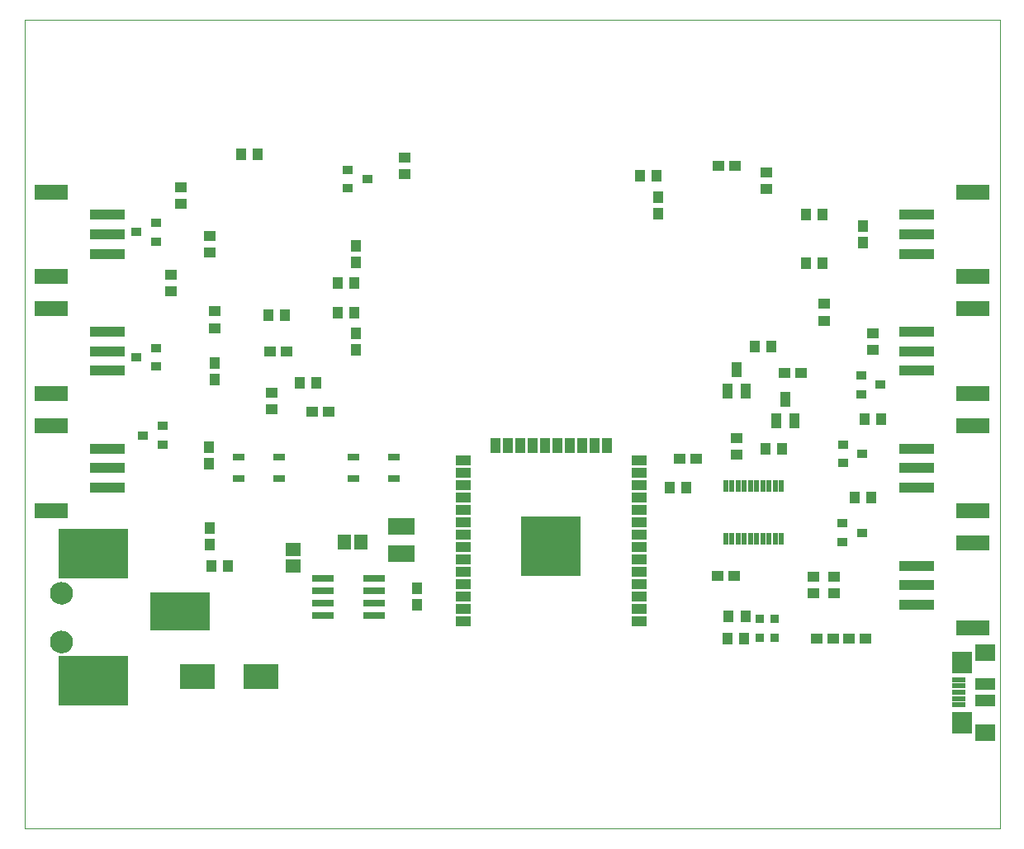
<source format=gbs>
G75*
%MOIN*%
%OFA0B0*%
%FSLAX25Y25*%
%IPPOS*%
%LPD*%
%AMOC8*
5,1,8,0,0,1.08239X$1,22.5*
%
%ADD10C,0.00000*%
%ADD11R,0.06306X0.05518*%
%ADD12R,0.04731X0.04337*%
%ADD13R,0.05518X0.06306*%
%ADD14R,0.04337X0.04731*%
%ADD15R,0.11030X0.06699*%
%ADD16R,0.09061X0.02762*%
%ADD17R,0.14180X0.04337*%
%ADD18R,0.13786X0.06306*%
%ADD19R,0.03943X0.03550*%
%ADD20R,0.03550X0.03550*%
%ADD21R,0.04534X0.02959*%
%ADD22R,0.04337X0.05912*%
%ADD23R,0.01900X0.04900*%
%ADD24R,0.06306X0.03943*%
%ADD25R,0.03943X0.06306*%
%ADD26R,0.24022X0.24022*%
%ADD27R,0.14180X0.10243*%
%ADD28R,0.05715X0.01975*%
%ADD29R,0.08274X0.08668*%
%ADD30R,0.07880X0.05124*%
%ADD31R,0.07880X0.06699*%
%ADD32R,0.27959X0.20085*%
%ADD33C,0.09061*%
%ADD34R,0.24416X0.15361*%
D10*
X0009166Y0005337D02*
X0009166Y0332109D01*
X0402866Y0332109D01*
X0402866Y0005337D01*
X0009166Y0005337D01*
X0019795Y0080928D02*
X0019797Y0081059D01*
X0019803Y0081191D01*
X0019813Y0081322D01*
X0019827Y0081453D01*
X0019845Y0081583D01*
X0019867Y0081712D01*
X0019892Y0081841D01*
X0019922Y0081969D01*
X0019956Y0082096D01*
X0019993Y0082223D01*
X0020034Y0082347D01*
X0020079Y0082471D01*
X0020128Y0082593D01*
X0020180Y0082714D01*
X0020236Y0082832D01*
X0020296Y0082950D01*
X0020359Y0083065D01*
X0020426Y0083178D01*
X0020496Y0083290D01*
X0020569Y0083399D01*
X0020645Y0083505D01*
X0020725Y0083610D01*
X0020808Y0083712D01*
X0020894Y0083811D01*
X0020983Y0083908D01*
X0021075Y0084002D01*
X0021170Y0084093D01*
X0021267Y0084182D01*
X0021367Y0084267D01*
X0021470Y0084349D01*
X0021575Y0084428D01*
X0021682Y0084504D01*
X0021792Y0084576D01*
X0021904Y0084645D01*
X0022018Y0084711D01*
X0022133Y0084773D01*
X0022251Y0084832D01*
X0022370Y0084887D01*
X0022491Y0084939D01*
X0022614Y0084986D01*
X0022738Y0085030D01*
X0022863Y0085071D01*
X0022989Y0085107D01*
X0023117Y0085140D01*
X0023245Y0085168D01*
X0023374Y0085193D01*
X0023504Y0085214D01*
X0023634Y0085231D01*
X0023765Y0085244D01*
X0023896Y0085253D01*
X0024027Y0085258D01*
X0024159Y0085259D01*
X0024290Y0085256D01*
X0024422Y0085249D01*
X0024553Y0085238D01*
X0024683Y0085223D01*
X0024813Y0085204D01*
X0024943Y0085181D01*
X0025071Y0085155D01*
X0025199Y0085124D01*
X0025326Y0085089D01*
X0025452Y0085051D01*
X0025576Y0085009D01*
X0025700Y0084963D01*
X0025821Y0084913D01*
X0025941Y0084860D01*
X0026060Y0084803D01*
X0026177Y0084743D01*
X0026291Y0084679D01*
X0026404Y0084611D01*
X0026515Y0084540D01*
X0026624Y0084466D01*
X0026730Y0084389D01*
X0026834Y0084308D01*
X0026935Y0084225D01*
X0027034Y0084138D01*
X0027130Y0084048D01*
X0027223Y0083955D01*
X0027314Y0083860D01*
X0027401Y0083762D01*
X0027486Y0083661D01*
X0027567Y0083558D01*
X0027645Y0083452D01*
X0027720Y0083344D01*
X0027792Y0083234D01*
X0027860Y0083122D01*
X0027925Y0083008D01*
X0027986Y0082891D01*
X0028044Y0082773D01*
X0028098Y0082653D01*
X0028149Y0082532D01*
X0028196Y0082409D01*
X0028239Y0082285D01*
X0028278Y0082160D01*
X0028314Y0082033D01*
X0028345Y0081905D01*
X0028373Y0081777D01*
X0028397Y0081648D01*
X0028417Y0081518D01*
X0028433Y0081387D01*
X0028445Y0081256D01*
X0028453Y0081125D01*
X0028457Y0080994D01*
X0028457Y0080862D01*
X0028453Y0080731D01*
X0028445Y0080600D01*
X0028433Y0080469D01*
X0028417Y0080338D01*
X0028397Y0080208D01*
X0028373Y0080079D01*
X0028345Y0079951D01*
X0028314Y0079823D01*
X0028278Y0079696D01*
X0028239Y0079571D01*
X0028196Y0079447D01*
X0028149Y0079324D01*
X0028098Y0079203D01*
X0028044Y0079083D01*
X0027986Y0078965D01*
X0027925Y0078848D01*
X0027860Y0078734D01*
X0027792Y0078622D01*
X0027720Y0078512D01*
X0027645Y0078404D01*
X0027567Y0078298D01*
X0027486Y0078195D01*
X0027401Y0078094D01*
X0027314Y0077996D01*
X0027223Y0077901D01*
X0027130Y0077808D01*
X0027034Y0077718D01*
X0026935Y0077631D01*
X0026834Y0077548D01*
X0026730Y0077467D01*
X0026624Y0077390D01*
X0026515Y0077316D01*
X0026404Y0077245D01*
X0026292Y0077177D01*
X0026177Y0077113D01*
X0026060Y0077053D01*
X0025941Y0076996D01*
X0025821Y0076943D01*
X0025700Y0076893D01*
X0025576Y0076847D01*
X0025452Y0076805D01*
X0025326Y0076767D01*
X0025199Y0076732D01*
X0025071Y0076701D01*
X0024943Y0076675D01*
X0024813Y0076652D01*
X0024683Y0076633D01*
X0024553Y0076618D01*
X0024422Y0076607D01*
X0024290Y0076600D01*
X0024159Y0076597D01*
X0024027Y0076598D01*
X0023896Y0076603D01*
X0023765Y0076612D01*
X0023634Y0076625D01*
X0023504Y0076642D01*
X0023374Y0076663D01*
X0023245Y0076688D01*
X0023117Y0076716D01*
X0022989Y0076749D01*
X0022863Y0076785D01*
X0022738Y0076826D01*
X0022614Y0076870D01*
X0022491Y0076917D01*
X0022370Y0076969D01*
X0022251Y0077024D01*
X0022133Y0077083D01*
X0022018Y0077145D01*
X0021904Y0077211D01*
X0021792Y0077280D01*
X0021682Y0077352D01*
X0021575Y0077428D01*
X0021470Y0077507D01*
X0021367Y0077589D01*
X0021267Y0077674D01*
X0021170Y0077763D01*
X0021075Y0077854D01*
X0020983Y0077948D01*
X0020894Y0078045D01*
X0020808Y0078144D01*
X0020725Y0078246D01*
X0020645Y0078351D01*
X0020569Y0078457D01*
X0020496Y0078566D01*
X0020426Y0078678D01*
X0020359Y0078791D01*
X0020296Y0078906D01*
X0020236Y0079024D01*
X0020180Y0079142D01*
X0020128Y0079263D01*
X0020079Y0079385D01*
X0020034Y0079509D01*
X0019993Y0079633D01*
X0019956Y0079760D01*
X0019922Y0079887D01*
X0019892Y0080015D01*
X0019867Y0080144D01*
X0019845Y0080273D01*
X0019827Y0080403D01*
X0019813Y0080534D01*
X0019803Y0080665D01*
X0019797Y0080797D01*
X0019795Y0080928D01*
X0019795Y0100613D02*
X0019797Y0100744D01*
X0019803Y0100876D01*
X0019813Y0101007D01*
X0019827Y0101138D01*
X0019845Y0101268D01*
X0019867Y0101397D01*
X0019892Y0101526D01*
X0019922Y0101654D01*
X0019956Y0101781D01*
X0019993Y0101908D01*
X0020034Y0102032D01*
X0020079Y0102156D01*
X0020128Y0102278D01*
X0020180Y0102399D01*
X0020236Y0102517D01*
X0020296Y0102635D01*
X0020359Y0102750D01*
X0020426Y0102863D01*
X0020496Y0102975D01*
X0020569Y0103084D01*
X0020645Y0103190D01*
X0020725Y0103295D01*
X0020808Y0103397D01*
X0020894Y0103496D01*
X0020983Y0103593D01*
X0021075Y0103687D01*
X0021170Y0103778D01*
X0021267Y0103867D01*
X0021367Y0103952D01*
X0021470Y0104034D01*
X0021575Y0104113D01*
X0021682Y0104189D01*
X0021792Y0104261D01*
X0021904Y0104330D01*
X0022018Y0104396D01*
X0022133Y0104458D01*
X0022251Y0104517D01*
X0022370Y0104572D01*
X0022491Y0104624D01*
X0022614Y0104671D01*
X0022738Y0104715D01*
X0022863Y0104756D01*
X0022989Y0104792D01*
X0023117Y0104825D01*
X0023245Y0104853D01*
X0023374Y0104878D01*
X0023504Y0104899D01*
X0023634Y0104916D01*
X0023765Y0104929D01*
X0023896Y0104938D01*
X0024027Y0104943D01*
X0024159Y0104944D01*
X0024290Y0104941D01*
X0024422Y0104934D01*
X0024553Y0104923D01*
X0024683Y0104908D01*
X0024813Y0104889D01*
X0024943Y0104866D01*
X0025071Y0104840D01*
X0025199Y0104809D01*
X0025326Y0104774D01*
X0025452Y0104736D01*
X0025576Y0104694D01*
X0025700Y0104648D01*
X0025821Y0104598D01*
X0025941Y0104545D01*
X0026060Y0104488D01*
X0026177Y0104428D01*
X0026291Y0104364D01*
X0026404Y0104296D01*
X0026515Y0104225D01*
X0026624Y0104151D01*
X0026730Y0104074D01*
X0026834Y0103993D01*
X0026935Y0103910D01*
X0027034Y0103823D01*
X0027130Y0103733D01*
X0027223Y0103640D01*
X0027314Y0103545D01*
X0027401Y0103447D01*
X0027486Y0103346D01*
X0027567Y0103243D01*
X0027645Y0103137D01*
X0027720Y0103029D01*
X0027792Y0102919D01*
X0027860Y0102807D01*
X0027925Y0102693D01*
X0027986Y0102576D01*
X0028044Y0102458D01*
X0028098Y0102338D01*
X0028149Y0102217D01*
X0028196Y0102094D01*
X0028239Y0101970D01*
X0028278Y0101845D01*
X0028314Y0101718D01*
X0028345Y0101590D01*
X0028373Y0101462D01*
X0028397Y0101333D01*
X0028417Y0101203D01*
X0028433Y0101072D01*
X0028445Y0100941D01*
X0028453Y0100810D01*
X0028457Y0100679D01*
X0028457Y0100547D01*
X0028453Y0100416D01*
X0028445Y0100285D01*
X0028433Y0100154D01*
X0028417Y0100023D01*
X0028397Y0099893D01*
X0028373Y0099764D01*
X0028345Y0099636D01*
X0028314Y0099508D01*
X0028278Y0099381D01*
X0028239Y0099256D01*
X0028196Y0099132D01*
X0028149Y0099009D01*
X0028098Y0098888D01*
X0028044Y0098768D01*
X0027986Y0098650D01*
X0027925Y0098533D01*
X0027860Y0098419D01*
X0027792Y0098307D01*
X0027720Y0098197D01*
X0027645Y0098089D01*
X0027567Y0097983D01*
X0027486Y0097880D01*
X0027401Y0097779D01*
X0027314Y0097681D01*
X0027223Y0097586D01*
X0027130Y0097493D01*
X0027034Y0097403D01*
X0026935Y0097316D01*
X0026834Y0097233D01*
X0026730Y0097152D01*
X0026624Y0097075D01*
X0026515Y0097001D01*
X0026404Y0096930D01*
X0026292Y0096862D01*
X0026177Y0096798D01*
X0026060Y0096738D01*
X0025941Y0096681D01*
X0025821Y0096628D01*
X0025700Y0096578D01*
X0025576Y0096532D01*
X0025452Y0096490D01*
X0025326Y0096452D01*
X0025199Y0096417D01*
X0025071Y0096386D01*
X0024943Y0096360D01*
X0024813Y0096337D01*
X0024683Y0096318D01*
X0024553Y0096303D01*
X0024422Y0096292D01*
X0024290Y0096285D01*
X0024159Y0096282D01*
X0024027Y0096283D01*
X0023896Y0096288D01*
X0023765Y0096297D01*
X0023634Y0096310D01*
X0023504Y0096327D01*
X0023374Y0096348D01*
X0023245Y0096373D01*
X0023117Y0096401D01*
X0022989Y0096434D01*
X0022863Y0096470D01*
X0022738Y0096511D01*
X0022614Y0096555D01*
X0022491Y0096602D01*
X0022370Y0096654D01*
X0022251Y0096709D01*
X0022133Y0096768D01*
X0022018Y0096830D01*
X0021904Y0096896D01*
X0021792Y0096965D01*
X0021682Y0097037D01*
X0021575Y0097113D01*
X0021470Y0097192D01*
X0021367Y0097274D01*
X0021267Y0097359D01*
X0021170Y0097448D01*
X0021075Y0097539D01*
X0020983Y0097633D01*
X0020894Y0097730D01*
X0020808Y0097829D01*
X0020725Y0097931D01*
X0020645Y0098036D01*
X0020569Y0098142D01*
X0020496Y0098251D01*
X0020426Y0098363D01*
X0020359Y0098476D01*
X0020296Y0098591D01*
X0020236Y0098709D01*
X0020180Y0098827D01*
X0020128Y0098948D01*
X0020079Y0099070D01*
X0020034Y0099194D01*
X0019993Y0099318D01*
X0019956Y0099445D01*
X0019922Y0099572D01*
X0019892Y0099700D01*
X0019867Y0099829D01*
X0019845Y0099958D01*
X0019827Y0100088D01*
X0019813Y0100219D01*
X0019803Y0100350D01*
X0019797Y0100482D01*
X0019795Y0100613D01*
D11*
X0117748Y0111585D03*
X0117748Y0118278D03*
D12*
X0125168Y0173979D03*
X0131861Y0173979D03*
X0108884Y0174770D03*
X0108884Y0181463D03*
X0108181Y0198250D03*
X0114874Y0198250D03*
X0085937Y0207648D03*
X0085937Y0214341D03*
X0068221Y0222463D03*
X0068221Y0229156D03*
X0083969Y0238211D03*
X0083969Y0244904D03*
X0072158Y0257896D03*
X0072158Y0264589D03*
X0162709Y0269707D03*
X0162709Y0276400D03*
X0289284Y0273054D03*
X0295977Y0273054D03*
X0308772Y0270494D03*
X0308772Y0263802D03*
X0332000Y0217345D03*
X0332000Y0210652D03*
X0351685Y0205534D03*
X0351685Y0198841D03*
X0322748Y0189589D03*
X0316055Y0189589D03*
X0296567Y0163105D03*
X0296567Y0156412D03*
X0280229Y0154943D03*
X0273536Y0154943D03*
X0289010Y0107384D03*
X0295703Y0107384D03*
X0327670Y0107109D03*
X0327670Y0100416D03*
X0335937Y0100416D03*
X0335937Y0107109D03*
X0335741Y0082109D03*
X0329048Y0082109D03*
X0341951Y0082109D03*
X0348644Y0082109D03*
D13*
X0145085Y0121195D03*
X0138392Y0121195D03*
D14*
X0167650Y0102451D03*
X0167650Y0095758D03*
X0091252Y0111636D03*
X0084559Y0111636D03*
X0083969Y0120101D03*
X0083969Y0126794D03*
X0083662Y0152715D03*
X0083662Y0159408D03*
X0085937Y0186951D03*
X0085937Y0193644D03*
X0107518Y0212784D03*
X0114211Y0212784D03*
X0135741Y0213998D03*
X0142433Y0213998D03*
X0143024Y0205534D03*
X0143024Y0198841D03*
X0127022Y0185522D03*
X0120329Y0185522D03*
X0135741Y0225809D03*
X0142433Y0225809D03*
X0143024Y0234274D03*
X0143024Y0240967D03*
X0103300Y0277857D03*
X0096607Y0277857D03*
X0257788Y0269117D03*
X0264481Y0269117D03*
X0265071Y0260652D03*
X0265071Y0253959D03*
X0324717Y0253369D03*
X0331410Y0253369D03*
X0347748Y0248841D03*
X0347748Y0242148D03*
X0331410Y0233683D03*
X0324717Y0233683D03*
X0310544Y0200219D03*
X0303851Y0200219D03*
X0348339Y0170691D03*
X0355032Y0170691D03*
X0351095Y0139195D03*
X0344402Y0139195D03*
X0314945Y0158880D03*
X0308252Y0158880D03*
X0276292Y0143132D03*
X0269599Y0143132D03*
X0293473Y0091008D03*
X0300166Y0091008D03*
X0299733Y0082231D03*
X0293040Y0082231D03*
D15*
X0161357Y0116613D03*
X0161357Y0127636D03*
D16*
X0150229Y0106459D03*
X0150229Y0101459D03*
X0150229Y0096459D03*
X0150229Y0091459D03*
X0129756Y0091459D03*
X0129756Y0096459D03*
X0129756Y0101459D03*
X0129756Y0106459D03*
D17*
X0042630Y0143132D03*
X0042630Y0151006D03*
X0042630Y0158880D03*
X0042630Y0190376D03*
X0042630Y0198250D03*
X0042630Y0206124D03*
X0042630Y0237620D03*
X0042630Y0245494D03*
X0042630Y0253369D03*
X0369402Y0253369D03*
X0369402Y0245494D03*
X0369402Y0237620D03*
X0369402Y0206124D03*
X0369402Y0198250D03*
X0369402Y0190376D03*
X0369402Y0158880D03*
X0369402Y0151006D03*
X0369402Y0143132D03*
X0369402Y0111636D03*
X0369402Y0103762D03*
X0369402Y0095888D03*
D18*
X0392040Y0086636D03*
X0392040Y0120888D03*
X0392040Y0133880D03*
X0392040Y0168132D03*
X0392040Y0181124D03*
X0392040Y0215376D03*
X0392040Y0228369D03*
X0392040Y0262620D03*
X0019992Y0262620D03*
X0019992Y0228369D03*
X0019992Y0215376D03*
X0019992Y0181124D03*
X0019992Y0168132D03*
X0019992Y0133880D03*
D19*
X0057055Y0164260D03*
X0064929Y0160520D03*
X0064929Y0168000D03*
X0062315Y0192138D03*
X0062315Y0199619D03*
X0054441Y0195878D03*
X0062315Y0242658D03*
X0062315Y0250138D03*
X0054441Y0246398D03*
X0139764Y0264101D03*
X0139764Y0271581D03*
X0147638Y0267841D03*
X0339607Y0160516D03*
X0339607Y0153036D03*
X0347481Y0156776D03*
X0346866Y0180963D03*
X0346866Y0188443D03*
X0354741Y0184703D03*
X0339313Y0128705D03*
X0339313Y0121225D03*
X0347187Y0124965D03*
D20*
X0311983Y0090073D03*
X0306077Y0090073D03*
X0306087Y0082398D03*
X0311992Y0082398D03*
D21*
X0158300Y0146872D03*
X0158300Y0155337D03*
X0141961Y0155337D03*
X0141961Y0146872D03*
X0112040Y0146872D03*
X0112040Y0155337D03*
X0095701Y0155337D03*
X0095701Y0146872D03*
D22*
X0292827Y0182109D03*
X0300307Y0182109D03*
X0296567Y0190770D03*
X0316252Y0178959D03*
X0312512Y0170298D03*
X0319992Y0170298D03*
D23*
X0314786Y0143722D03*
X0312286Y0143722D03*
X0309786Y0143722D03*
X0307286Y0143722D03*
X0304786Y0143722D03*
X0302286Y0143722D03*
X0299786Y0143722D03*
X0297286Y0143722D03*
X0294786Y0143722D03*
X0292286Y0143722D03*
X0292286Y0122622D03*
X0294786Y0122622D03*
X0297286Y0122622D03*
X0299786Y0122622D03*
X0302286Y0122622D03*
X0304786Y0122622D03*
X0307286Y0122622D03*
X0309786Y0122622D03*
X0312286Y0122622D03*
X0314786Y0122622D03*
D24*
X0257197Y0124195D03*
X0257197Y0129195D03*
X0257197Y0134195D03*
X0257197Y0139195D03*
X0257197Y0144195D03*
X0257197Y0149195D03*
X0257197Y0154195D03*
X0257197Y0119195D03*
X0257197Y0114195D03*
X0257197Y0109195D03*
X0257197Y0104195D03*
X0257197Y0099195D03*
X0257197Y0094195D03*
X0257197Y0089195D03*
X0186331Y0089195D03*
X0186331Y0094195D03*
X0186331Y0099195D03*
X0186331Y0104195D03*
X0186331Y0109195D03*
X0186331Y0114195D03*
X0186331Y0119195D03*
X0186331Y0124195D03*
X0186331Y0129195D03*
X0186331Y0134195D03*
X0186331Y0139195D03*
X0186331Y0144195D03*
X0186331Y0149195D03*
X0186331Y0154195D03*
D25*
X0199264Y0160061D03*
X0204264Y0160061D03*
X0209264Y0160061D03*
X0214264Y0160061D03*
X0219264Y0160061D03*
X0224264Y0160061D03*
X0229264Y0160061D03*
X0234264Y0160061D03*
X0239264Y0160061D03*
X0244264Y0160061D03*
D26*
X0221764Y0119510D03*
D27*
X0104638Y0066754D03*
X0079048Y0066754D03*
D28*
X0386429Y0065573D03*
X0386429Y0063014D03*
X0386429Y0060455D03*
X0386429Y0057896D03*
X0386429Y0055337D03*
D29*
X0387709Y0048250D03*
X0387709Y0072660D03*
D30*
X0396961Y0063802D03*
X0396961Y0057109D03*
D31*
X0396961Y0044313D03*
X0396961Y0076597D03*
D32*
X0036922Y0065180D03*
X0036922Y0116361D03*
D33*
X0024126Y0100613D03*
X0024126Y0080928D03*
D34*
X0071961Y0093250D03*
M02*

</source>
